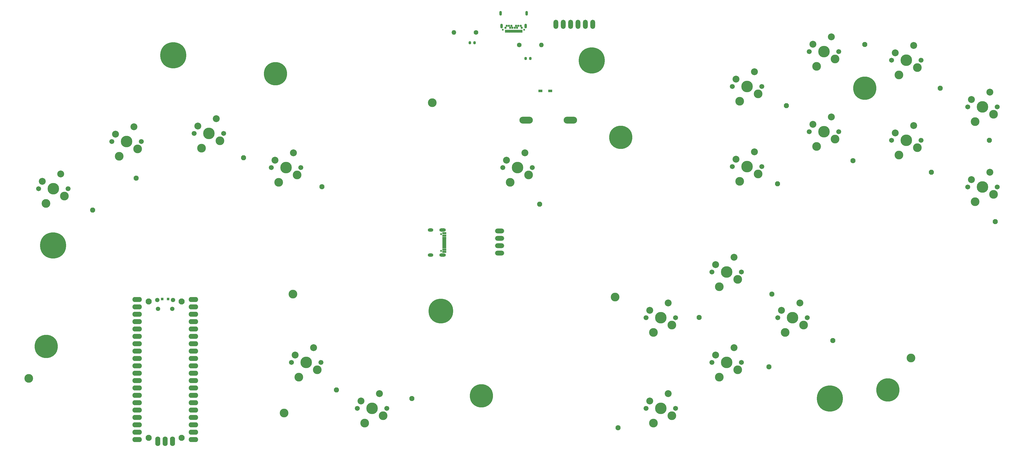
<source format=gts>
%TF.GenerationSoftware,KiCad,Pcbnew,6.0.8-f2edbf62ab~116~ubuntu22.04.1*%
%TF.CreationDate,2022-10-10T20:20:36-06:00*%
%TF.ProjectId,OF1 v1,4f463120-7631-42e6-9b69-6361645f7063,rev?*%
%TF.SameCoordinates,Original*%
%TF.FileFunction,Soldermask,Top*%
%TF.FilePolarity,Negative*%
%FSLAX46Y46*%
G04 Gerber Fmt 4.6, Leading zero omitted, Abs format (unit mm)*
G04 Created by KiCad (PCBNEW 6.0.8-f2edbf62ab~116~ubuntu22.04.1) date 2022-10-10 20:20:36*
%MOMM*%
%LPD*%
G01*
G04 APERTURE LIST*
G04 Aperture macros list*
%AMRoundRect*
0 Rectangle with rounded corners*
0 $1 Rounding radius*
0 $2 $3 $4 $5 $6 $7 $8 $9 X,Y pos of 4 corners*
0 Add a 4 corners polygon primitive as box body*
4,1,4,$2,$3,$4,$5,$6,$7,$8,$9,$2,$3,0*
0 Add four circle primitives for the rounded corners*
1,1,$1+$1,$2,$3*
1,1,$1+$1,$4,$5*
1,1,$1+$1,$6,$7*
1,1,$1+$1,$8,$9*
0 Add four rect primitives between the rounded corners*
20,1,$1+$1,$2,$3,$4,$5,0*
20,1,$1+$1,$4,$5,$6,$7,0*
20,1,$1+$1,$6,$7,$8,$9,0*
20,1,$1+$1,$8,$9,$2,$3,0*%
%AMFreePoly0*
4,1,17,0.425901,0.806901,0.806901,0.425901,0.825500,0.381000,0.825500,-0.381000,0.806901,-0.425901,0.425901,-0.806901,0.381000,-0.825500,-0.381000,-0.825500,-0.425901,-0.806901,-0.806901,-0.425901,-0.825500,-0.381000,-0.825500,0.381000,-0.806901,0.425901,-0.425901,0.806901,-0.381000,0.825500,0.381000,0.825500,0.425901,0.806901,0.425901,0.806901,$1*%
G04 Aperture macros list end*
%ADD10RoundRect,0.200000X0.200000X0.275000X-0.200000X0.275000X-0.200000X-0.275000X0.200000X-0.275000X0*%
%ADD11C,1.600000*%
%ADD12O,1.600000X1.600000*%
%ADD13RoundRect,0.200000X-0.200000X-0.275000X0.200000X-0.275000X0.200000X0.275000X-0.200000X0.275000X0*%
%ADD14O,3.175000X1.651000*%
%ADD15C,3.000000*%
%ADD16C,1.701800*%
%ADD17C,3.987800*%
%ADD18C,2.374900*%
%ADD19FreePoly0,0.000000*%
%ADD20O,4.622800X2.374900*%
%ADD21C,9.000000*%
%ADD22C,8.000000*%
%ADD23RoundRect,0.063500X0.605000X0.365000X-0.605000X0.365000X-0.605000X-0.365000X0.605000X-0.365000X0*%
%ADD24C,8.500000*%
%ADD25C,0.650000*%
%ADD26RoundRect,0.063500X-0.150000X-0.450000X0.150000X-0.450000X0.150000X0.450000X-0.150000X0.450000X0*%
%ADD27C,0.777000*%
%ADD28O,0.877000X1.627000*%
%ADD29C,1.500000*%
%ADD30C,2.100000*%
%ADD31O,3.327000X1.727000*%
%ADD32O,1.727000X3.327000*%
%ADD33RoundRect,0.063500X-0.400000X-0.400000X0.400000X-0.400000X0.400000X0.400000X-0.400000X0.400000X0*%
%ADD34RoundRect,0.063500X-0.620000X0.300000X-0.620000X-0.300000X0.620000X-0.300000X0.620000X0.300000X0*%
%ADD35RoundRect,0.063500X-0.620000X0.150000X-0.620000X-0.150000X0.620000X-0.150000X0.620000X0.150000X0*%
%ADD36O,2.227000X1.127000*%
%ADD37O,1.927000X1.127000*%
%ADD38O,1.651000X3.175000*%
G04 APERTURE END LIST*
D10*
%TO.C,R4*%
X134111267Y-39142301D03*
X132461267Y-39142301D03*
%TD*%
D11*
%TO.C,R3*%
X134620000Y-35560000D03*
D12*
X127000000Y-35560000D03*
%TD*%
D13*
%TO.C,R2*%
X151666276Y-44510583D03*
X153316276Y-44510583D03*
%TD*%
D11*
%TO.C,R1*%
X149534240Y-39919945D03*
D12*
X157154240Y-39919945D03*
%TD*%
D14*
%TO.C,J4*%
X142745065Y-111563600D03*
X142745065Y-109023600D03*
X142745065Y-106483600D03*
X142745065Y-103943600D03*
%TD*%
D15*
%TO.C,U$15*%
X280301100Y-77837600D03*
D16*
X287921100Y-72757600D03*
D17*
X282841100Y-72757600D03*
D15*
X286651100Y-75297600D03*
D16*
X277761100Y-72757600D03*
D18*
X279031100Y-70217600D03*
X285381100Y-67677600D03*
%TD*%
D19*
%TO.C,JP11*%
X264501100Y-79753600D03*
%TD*%
D17*
%TO.C,U$11*%
X282841100Y-45147600D03*
D15*
X286651100Y-47687600D03*
D16*
X277761100Y-45147600D03*
D15*
X280301100Y-50227600D03*
D16*
X287921100Y-45147600D03*
D18*
X279031100Y-42607600D03*
X285381100Y-40067600D03*
%TD*%
D19*
%TO.C,JP10*%
X238501100Y-87753600D03*
%TD*%
D17*
%TO.C,U$17*%
X220953100Y-118117600D03*
D15*
X224763100Y-120657600D03*
X218413100Y-123197600D03*
D16*
X215873100Y-118117600D03*
X226033100Y-118117600D03*
D18*
X217143100Y-115577600D03*
X223493100Y-113037600D03*
%TD*%
D19*
%TO.C,JP5*%
X81501100Y-88753600D03*
%TD*%
D17*
%TO.C,U$6*%
X76133100Y-149302600D03*
D16*
X81213100Y-149302600D03*
D15*
X79943100Y-151842600D03*
D16*
X71053100Y-149302600D03*
D15*
X73593100Y-154382600D03*
D18*
X72323100Y-146762600D03*
X78673100Y-144222600D03*
%TD*%
D20*
%TO.C,D1*%
X151881100Y-65753600D03*
X167121100Y-65753600D03*
%TD*%
D21*
%TO.C,@HOLE11*%
X174501100Y-45253600D03*
%TD*%
D22*
%TO.C,@HOLE8*%
X184501100Y-71753600D03*
%TD*%
D15*
%TO.C,@HOLE0*%
X68501100Y-166753600D03*
%TD*%
%TO.C,U$20*%
X224763100Y-151842600D03*
D17*
X220953100Y-149302600D03*
D15*
X218413100Y-154382600D03*
D16*
X215873100Y-149302600D03*
X226033100Y-149302600D03*
D18*
X217143100Y-146762600D03*
X223493100Y-144222600D03*
%TD*%
D23*
%TO.C,D2*%
X156821100Y-55753600D03*
X160181100Y-55753600D03*
%TD*%
D19*
%TO.C,JP18*%
X211501100Y-133753600D03*
%TD*%
D22*
%TO.C,@HOLE9*%
X136501100Y-160753600D03*
%TD*%
D15*
%TO.C,U$10*%
X258296100Y-44712600D03*
X251946100Y-47252600D03*
D17*
X254486100Y-42172600D03*
D16*
X259566100Y-42172600D03*
X249406100Y-42172600D03*
D18*
X250676100Y-39632600D03*
X257026100Y-37092600D03*
%TD*%
D19*
%TO.C,JP6*%
X86501100Y-158753600D03*
%TD*%
D24*
%TO.C,@HOLE14*%
X122501100Y-131553600D03*
%TD*%
D19*
%TO.C,JP14*%
X311501100Y-72753600D03*
%TD*%
%TO.C,JP4*%
X54501100Y-78753600D03*
%TD*%
D17*
%TO.C,U$13*%
X227968100Y-81777600D03*
D16*
X222888100Y-81777600D03*
D15*
X225428100Y-86857600D03*
D16*
X233048100Y-81777600D03*
D15*
X231778100Y-84317600D03*
D18*
X224158100Y-79237600D03*
X230508100Y-76697600D03*
%TD*%
D19*
%TO.C,JP9*%
X241501100Y-60753600D03*
%TD*%
D25*
%TO.C,J2*%
X151168981Y-34593600D03*
X143818981Y-34593600D03*
D26*
X150318981Y-35153600D03*
X149818981Y-35153600D03*
X149318981Y-35153600D03*
X148818981Y-35153600D03*
X148318981Y-35153600D03*
X147818981Y-35153600D03*
X147318981Y-35153600D03*
X146818981Y-35153600D03*
X146318981Y-35153600D03*
X145818981Y-35153600D03*
X145318981Y-35153600D03*
X144818981Y-35153600D03*
D27*
X144768981Y-33943600D03*
X145168981Y-33243600D03*
X145968981Y-33243600D03*
X146368981Y-33943600D03*
X146768981Y-33243600D03*
X147168981Y-33943600D03*
X147968981Y-33943600D03*
X148368981Y-33243600D03*
X148768981Y-33943600D03*
X149168981Y-33243600D03*
X149968981Y-33243600D03*
X150368981Y-33943600D03*
D28*
X151698981Y-33343600D03*
X143438981Y-33343600D03*
X152058981Y-28953600D03*
X143078981Y-28953600D03*
%TD*%
D15*
%TO.C,U$1*%
X-13573900Y-94497600D03*
D17*
X-11033900Y-89417600D03*
D15*
X-7223900Y-91957600D03*
D16*
X-16113900Y-89417600D03*
X-5953900Y-89417600D03*
D18*
X-14843900Y-86877600D03*
X-8493900Y-84337600D03*
%TD*%
D17*
%TO.C,U$21*%
X198266100Y-165072600D03*
D16*
X193186100Y-165072600D03*
D15*
X195726100Y-170152600D03*
X202076100Y-167612600D03*
D16*
X203346100Y-165072600D03*
D18*
X194456100Y-162532600D03*
X200806100Y-159992600D03*
%TD*%
D19*
%TO.C,JP16*%
X291501100Y-83753600D03*
%TD*%
D16*
%TO.C,U$2*%
X19326100Y-73114600D03*
D15*
X18056100Y-75654600D03*
D16*
X9166100Y-73114600D03*
D17*
X14246100Y-73114600D03*
D15*
X11706100Y-78194600D03*
D18*
X10436100Y-70574600D03*
X16786100Y-68034600D03*
%TD*%
D16*
%TO.C,U$4*%
X47682100Y-70388600D03*
D17*
X42602100Y-70388600D03*
D15*
X46412100Y-72928600D03*
X40062100Y-75468600D03*
D16*
X37522100Y-70388600D03*
D18*
X38792100Y-67848600D03*
X45142100Y-65308600D03*
%TD*%
D21*
%TO.C,@HOLE13*%
X30301100Y-43453600D03*
%TD*%
D15*
%TO.C,@HOLE1*%
X284501100Y-147753600D03*
%TD*%
D19*
%TO.C,JP20*%
X235501100Y-150753600D03*
%TD*%
D15*
%TO.C,U$7*%
X102631100Y-167611600D03*
D16*
X93741100Y-165071600D03*
D15*
X96281100Y-170151600D03*
D17*
X98821100Y-165071600D03*
D16*
X103901100Y-165071600D03*
D18*
X95011100Y-162531600D03*
X101361100Y-159991600D03*
%TD*%
D19*
%TO.C,JP13*%
X294501100Y-54753600D03*
%TD*%
D17*
%TO.C,U$19*%
X243610100Y-133887600D03*
D15*
X247420100Y-136427600D03*
X241070100Y-138967600D03*
D16*
X248690100Y-133887600D03*
X238530100Y-133887600D03*
D18*
X239800100Y-131347600D03*
X246150100Y-128807600D03*
%TD*%
D19*
%TO.C,JP17*%
X236501100Y-125753600D03*
%TD*%
%TO.C,JP12*%
X268501100Y-39753600D03*
%TD*%
D15*
%TO.C,@HOLE2*%
X-19498900Y-154753600D03*
%TD*%
D29*
%TO.C,J1*%
X24776100Y-127753600D03*
D30*
X21801100Y-175253600D03*
X33201100Y-175253600D03*
D29*
X25076100Y-130783600D03*
X29926100Y-130783600D03*
D30*
X21801100Y-128253600D03*
D29*
X30226100Y-127753600D03*
D30*
X33201100Y-128253600D03*
D31*
X37191100Y-137783600D03*
X37191100Y-135243600D03*
X37191100Y-140323600D03*
X37191100Y-145403600D03*
X17811100Y-132703600D03*
X17811100Y-145403600D03*
X17811100Y-158103600D03*
X17811100Y-170803600D03*
D32*
X27501100Y-176453600D03*
D31*
X37191100Y-170803600D03*
X37191100Y-158103600D03*
X37191100Y-132703600D03*
X17811100Y-127623600D03*
X17811100Y-130163600D03*
X17811100Y-135243600D03*
X17811100Y-137783600D03*
X17811100Y-140323600D03*
X17811100Y-142863600D03*
X17811100Y-147943600D03*
X17811100Y-150483600D03*
X17811100Y-153023600D03*
X17811100Y-155563600D03*
X17811100Y-160643600D03*
X17811100Y-163183600D03*
X17811100Y-165723600D03*
X17811100Y-168263600D03*
X17811100Y-173343600D03*
X17811100Y-175883600D03*
X37191100Y-175883600D03*
X37191100Y-173343600D03*
X37191100Y-168263600D03*
X37191100Y-165723600D03*
X37191100Y-163183600D03*
X37191100Y-160643600D03*
X37191100Y-155563600D03*
X37191100Y-150483600D03*
X37191100Y-147943600D03*
X37191100Y-142863600D03*
X37191100Y-153023600D03*
D32*
X24961100Y-176453600D03*
X30041100Y-176453600D03*
D33*
X28501100Y-127453600D03*
X26501100Y-127453600D03*
D31*
X37191100Y-127623600D03*
X37191100Y-130163600D03*
%TD*%
D19*
%TO.C,JP15*%
X313501100Y-100753600D03*
%TD*%
D15*
%TO.C,@HOLE10*%
X119501100Y-59753600D03*
%TD*%
D21*
%TO.C,@HOLE15*%
X256501100Y-161753600D03*
%TD*%
D22*
%TO.C,@HOLE6*%
X-13498900Y-143753600D03*
%TD*%
D15*
%TO.C,@HOLE16*%
X71501100Y-125753600D03*
%TD*%
%TO.C,U$5*%
X72984100Y-84691600D03*
X66634100Y-87231600D03*
D16*
X64094100Y-82151600D03*
D17*
X69174100Y-82151600D03*
D16*
X74254100Y-82151600D03*
D18*
X65364100Y-79611600D03*
X71714100Y-77071600D03*
%TD*%
D16*
%TO.C,U$18*%
X203346100Y-133887600D03*
D15*
X202076100Y-136427600D03*
D16*
X193186100Y-133887600D03*
D17*
X198266100Y-133887600D03*
D15*
X195726100Y-138967600D03*
D18*
X194456100Y-131347600D03*
X200806100Y-128807600D03*
%TD*%
D15*
%TO.C,@HOLE3*%
X182501100Y-126753600D03*
%TD*%
D21*
%TO.C,@HOLE12*%
X-11098900Y-108953600D03*
%TD*%
D17*
%TO.C,U$16*%
X309064100Y-88793600D03*
D16*
X314144100Y-88793600D03*
X303984100Y-88793600D03*
D15*
X312874100Y-91333600D03*
X306524100Y-93873600D03*
D18*
X305254100Y-86253600D03*
X311604100Y-83713600D03*
%TD*%
D22*
%TO.C,@HOLE4*%
X268501100Y-54753600D03*
%TD*%
D19*
%TO.C,JP7*%
X112501100Y-161753600D03*
%TD*%
D25*
%TO.C,J5*%
X122579393Y-105081075D03*
X122579393Y-110861075D03*
D34*
X123699393Y-104771075D03*
X123699393Y-105571075D03*
D35*
X123699393Y-106721075D03*
X123699393Y-107721075D03*
X123699393Y-108221075D03*
X123699393Y-109221075D03*
D34*
X123699393Y-111171075D03*
X123699393Y-110371075D03*
D35*
X123699393Y-109721075D03*
X123699393Y-108721075D03*
X123699393Y-107221075D03*
X123699393Y-106221075D03*
D36*
X123079393Y-103651075D03*
D37*
X118899393Y-103651075D03*
D36*
X123079393Y-112291075D03*
D37*
X118899393Y-112291075D03*
%TD*%
D19*
%TO.C,JP2*%
X2501100Y-96753600D03*
%TD*%
%TO.C,JP8*%
X156501100Y-94753600D03*
%TD*%
D15*
%TO.C,U$12*%
X306524100Y-66263600D03*
D17*
X309064100Y-61183600D03*
D16*
X314144100Y-61183600D03*
D15*
X312874100Y-63723600D03*
D16*
X303984100Y-61183600D03*
D18*
X305254100Y-58643600D03*
X311604100Y-56103600D03*
%TD*%
D15*
%TO.C,U$9*%
X225428100Y-59248600D03*
D16*
X222888100Y-54168600D03*
D17*
X227968100Y-54168600D03*
D16*
X233048100Y-54168600D03*
D15*
X231778100Y-56708600D03*
D18*
X224158100Y-51628600D03*
X230508100Y-49088600D03*
%TD*%
D19*
%TO.C,JP21*%
X183501100Y-171753600D03*
%TD*%
D16*
%TO.C,U$14*%
X259566100Y-69782600D03*
D15*
X251946100Y-74862600D03*
X258296100Y-72322600D03*
D16*
X249406100Y-69782600D03*
D17*
X254486100Y-69782600D03*
D18*
X250676100Y-67242600D03*
X257026100Y-64702600D03*
%TD*%
D19*
%TO.C,JP19*%
X257501100Y-141753600D03*
%TD*%
D38*
%TO.C,J3*%
X162151100Y-32753600D03*
X164691100Y-32753600D03*
X167231100Y-32753600D03*
X169771100Y-32753600D03*
X172311100Y-32753600D03*
X174851100Y-32753600D03*
%TD*%
D22*
%TO.C,@HOLE5*%
X276501100Y-158753600D03*
%TD*%
%TO.C,@HOLE7*%
X65501100Y-49753600D03*
%TD*%
D19*
%TO.C,JP3*%
X17501100Y-85753600D03*
%TD*%
D16*
%TO.C,U$8*%
X153986100Y-82151600D03*
X143826100Y-82151600D03*
D15*
X152716100Y-84691600D03*
D17*
X148906100Y-82151600D03*
D15*
X146366100Y-87231600D03*
D18*
X145096100Y-79611600D03*
X151446100Y-77071600D03*
%TD*%
M02*

</source>
